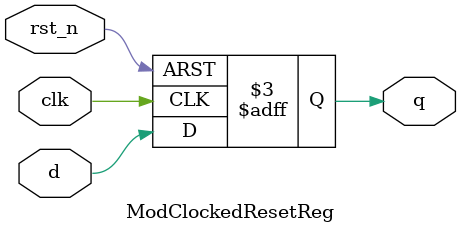
<source format=sv>
module ModClockedResetReg (
    input logic clk,
    input logic d,
    input logic rst_n,
    output logic q
);
    always @(posedge clk or negedge rst_n) begin
    if (!rst_n) begin
        q <= 1'b0;
    end else begin
        q <= d;
    end
    end
endmodule


</source>
